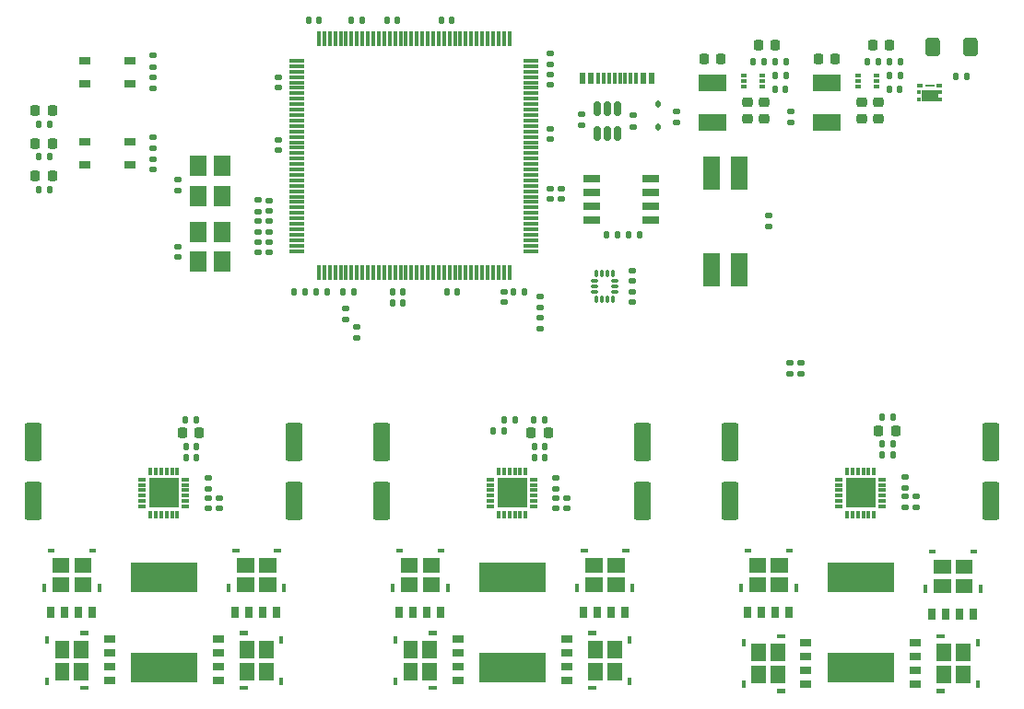
<source format=gbr>
%TF.GenerationSoftware,KiCad,Pcbnew,7.0.1*%
%TF.CreationDate,2023-07-17T00:52:35+01:00*%
%TF.ProjectId,Motor Driver Board,4d6f746f-7220-4447-9269-76657220426f,rev?*%
%TF.SameCoordinates,Original*%
%TF.FileFunction,Paste,Top*%
%TF.FilePolarity,Positive*%
%FSLAX46Y46*%
G04 Gerber Fmt 4.6, Leading zero omitted, Abs format (unit mm)*
G04 Created by KiCad (PCBNEW 7.0.1) date 2023-07-17 00:52:35*
%MOMM*%
%LPD*%
G01*
G04 APERTURE LIST*
G04 Aperture macros list*
%AMRoundRect*
0 Rectangle with rounded corners*
0 $1 Rounding radius*
0 $2 $3 $4 $5 $6 $7 $8 $9 X,Y pos of 4 corners*
0 Add a 4 corners polygon primitive as box body*
4,1,4,$2,$3,$4,$5,$6,$7,$8,$9,$2,$3,0*
0 Add four circle primitives for the rounded corners*
1,1,$1+$1,$2,$3*
1,1,$1+$1,$4,$5*
1,1,$1+$1,$6,$7*
1,1,$1+$1,$8,$9*
0 Add four rect primitives between the rounded corners*
20,1,$1+$1,$2,$3,$4,$5,0*
20,1,$1+$1,$4,$5,$6,$7,0*
20,1,$1+$1,$6,$7,$8,$9,0*
20,1,$1+$1,$8,$9,$2,$3,0*%
G04 Aperture macros list end*
%ADD10C,0.010000*%
%ADD11RoundRect,0.140000X-0.170000X0.140000X-0.170000X-0.140000X0.170000X-0.140000X0.170000X0.140000X0*%
%ADD12RoundRect,0.140000X0.170000X-0.140000X0.170000X0.140000X-0.170000X0.140000X-0.170000X-0.140000X0*%
%ADD13RoundRect,0.135000X-0.185000X0.135000X-0.185000X-0.135000X0.185000X-0.135000X0.185000X0.135000X0*%
%ADD14RoundRect,0.140000X0.140000X0.170000X-0.140000X0.170000X-0.140000X-0.170000X0.140000X-0.170000X0*%
%ADD15R,6.200000X2.700000*%
%ADD16RoundRect,0.250000X0.550000X-1.500000X0.550000X1.500000X-0.550000X1.500000X-0.550000X-1.500000X0*%
%ADD17RoundRect,0.135000X-0.135000X-0.185000X0.135000X-0.185000X0.135000X0.185000X-0.135000X0.185000X0*%
%ADD18RoundRect,0.218750X0.218750X0.256250X-0.218750X0.256250X-0.218750X-0.256250X0.218750X-0.256250X0*%
%ADD19RoundRect,0.135000X0.135000X0.185000X-0.135000X0.185000X-0.135000X-0.185000X0.135000X-0.185000X0*%
%ADD20R,1.050000X0.650000*%
%ADD21R,1.000000X0.750000*%
%ADD22R,2.500000X1.500000*%
%ADD23RoundRect,0.135000X0.185000X-0.135000X0.185000X0.135000X-0.185000X0.135000X-0.185000X-0.135000X0*%
%ADD24R,0.750000X1.000000*%
%ADD25RoundRect,0.140000X-0.140000X-0.170000X0.140000X-0.170000X0.140000X0.170000X-0.140000X0.170000X0*%
%ADD26R,0.600000X1.140000*%
%ADD27R,0.300000X1.140000*%
%ADD28R,0.800000X0.300000*%
%ADD29R,0.300000X0.800000*%
%ADD30R,2.800000X2.800000*%
%ADD31RoundRect,0.112500X-0.112500X0.187500X-0.112500X-0.187500X0.112500X-0.187500X0.112500X0.187500X0*%
%ADD32RoundRect,0.087500X0.087500X-0.225000X0.087500X0.225000X-0.087500X0.225000X-0.087500X-0.225000X0*%
%ADD33RoundRect,0.087500X0.225000X-0.087500X0.225000X0.087500X-0.225000X0.087500X-0.225000X-0.087500X0*%
%ADD34RoundRect,0.225000X0.250000X-0.225000X0.250000X0.225000X-0.250000X0.225000X-0.250000X-0.225000X0*%
%ADD35RoundRect,0.218750X-0.218750X-0.256250X0.218750X-0.256250X0.218750X0.256250X-0.218750X0.256250X0*%
%ADD36R,0.475000X0.300000*%
%ADD37RoundRect,0.225000X-0.225000X-0.250000X0.225000X-0.250000X0.225000X0.250000X-0.225000X0.250000X0*%
%ADD38RoundRect,0.150000X0.150000X-0.512500X0.150000X0.512500X-0.150000X0.512500X-0.150000X-0.512500X0*%
%ADD39R,1.650000X1.950000*%
%ADD40R,0.350000X0.400000*%
%ADD41R,0.500000X0.400000*%
%ADD42R,0.920000X0.285000*%
%ADD43R,1.600000X1.050000*%
%ADD44R,1.600000X3.100000*%
%ADD45RoundRect,0.250000X-0.400000X-0.600000X0.400000X-0.600000X0.400000X0.600000X-0.400000X0.600000X0*%
%ADD46R,1.500000X0.650000*%
%ADD47R,1.475000X0.300000*%
%ADD48R,0.300000X1.475000*%
G04 APERTURE END LIST*
%TO.C,T402*%
D10*
X191227500Y-120370000D02*
X189987500Y-120370000D01*
X189987500Y-118880000D01*
X191227500Y-118880000D01*
X191227500Y-120370000D01*
G36*
X191227500Y-120370000D02*
G01*
X189987500Y-120370000D01*
X189987500Y-118880000D01*
X191227500Y-118880000D01*
X191227500Y-120370000D01*
G37*
X191227500Y-122390000D02*
X189987500Y-122390000D01*
X189987500Y-120900000D01*
X191227500Y-120900000D01*
X191227500Y-122390000D01*
G36*
X191227500Y-122390000D02*
G01*
X189987500Y-122390000D01*
X189987500Y-120900000D01*
X191227500Y-120900000D01*
X191227500Y-122390000D01*
G37*
X190680000Y-118232500D02*
X190005000Y-118232500D01*
X190005000Y-117967500D01*
X190680000Y-117967500D01*
X190680000Y-118232500D01*
G36*
X190680000Y-118232500D02*
G01*
X190005000Y-118232500D01*
X190005000Y-117967500D01*
X190680000Y-117967500D01*
X190680000Y-118232500D01*
G37*
X190680000Y-123295000D02*
X190005000Y-123295000D01*
X190005000Y-123030000D01*
X190680000Y-123030000D01*
X190680000Y-123295000D01*
G36*
X190680000Y-123295000D02*
G01*
X190005000Y-123295000D01*
X190005000Y-123030000D01*
X190680000Y-123030000D01*
X190680000Y-123295000D01*
G37*
X192997500Y-120370000D02*
X191757500Y-120370000D01*
X191757500Y-118880000D01*
X192997500Y-118880000D01*
X192997500Y-120370000D01*
G36*
X192997500Y-120370000D02*
G01*
X191757500Y-120370000D01*
X191757500Y-118880000D01*
X192997500Y-118880000D01*
X192997500Y-120370000D01*
G37*
X192997500Y-122390000D02*
X191757500Y-122390000D01*
X191757500Y-120900000D01*
X192997500Y-120900000D01*
X192997500Y-122390000D01*
G36*
X192997500Y-122390000D02*
G01*
X191757500Y-122390000D01*
X191757500Y-120900000D01*
X192997500Y-120900000D01*
X192997500Y-122390000D01*
G37*
X193890000Y-119000000D02*
X193625000Y-119000000D01*
X193625000Y-118460000D01*
X193890000Y-118460000D01*
X193890000Y-119000000D01*
G36*
X193890000Y-119000000D02*
G01*
X193625000Y-119000000D01*
X193625000Y-118460000D01*
X193890000Y-118460000D01*
X193890000Y-119000000D01*
G37*
X193890000Y-122810000D02*
X193625000Y-122810000D01*
X193625000Y-122270000D01*
X193890000Y-122270000D01*
X193890000Y-122810000D01*
G36*
X193890000Y-122810000D02*
G01*
X193625000Y-122810000D01*
X193625000Y-122270000D01*
X193890000Y-122270000D01*
X193890000Y-122810000D01*
G37*
%TO.C,T401*%
X191220000Y-114125000D02*
X189730000Y-114125000D01*
X189730000Y-112885000D01*
X191220000Y-112885000D01*
X191220000Y-114125000D01*
G36*
X191220000Y-114125000D02*
G01*
X189730000Y-114125000D01*
X189730000Y-112885000D01*
X191220000Y-112885000D01*
X191220000Y-114125000D01*
G37*
X193240000Y-114125000D02*
X191750000Y-114125000D01*
X191750000Y-112885000D01*
X193240000Y-112885000D01*
X193240000Y-114125000D01*
G36*
X193240000Y-114125000D02*
G01*
X191750000Y-114125000D01*
X191750000Y-112885000D01*
X193240000Y-112885000D01*
X193240000Y-114125000D01*
G37*
X189082500Y-114107500D02*
X188817500Y-114107500D01*
X188817500Y-113432500D01*
X189082500Y-113432500D01*
X189082500Y-114107500D01*
G36*
X189082500Y-114107500D02*
G01*
X188817500Y-114107500D01*
X188817500Y-113432500D01*
X189082500Y-113432500D01*
X189082500Y-114107500D01*
G37*
X194145000Y-114107500D02*
X193880000Y-114107500D01*
X193880000Y-113432500D01*
X194145000Y-113432500D01*
X194145000Y-114107500D01*
G36*
X194145000Y-114107500D02*
G01*
X193880000Y-114107500D01*
X193880000Y-113432500D01*
X194145000Y-113432500D01*
X194145000Y-114107500D01*
G37*
X191220000Y-112355000D02*
X189730000Y-112355000D01*
X189730000Y-111115000D01*
X191220000Y-111115000D01*
X191220000Y-112355000D01*
G36*
X191220000Y-112355000D02*
G01*
X189730000Y-112355000D01*
X189730000Y-111115000D01*
X191220000Y-111115000D01*
X191220000Y-112355000D01*
G37*
X193240000Y-112355000D02*
X191750000Y-112355000D01*
X191750000Y-111115000D01*
X193240000Y-111115000D01*
X193240000Y-112355000D01*
G36*
X193240000Y-112355000D02*
G01*
X191750000Y-112355000D01*
X191750000Y-111115000D01*
X193240000Y-111115000D01*
X193240000Y-112355000D01*
G37*
X189850000Y-110487500D02*
X189310000Y-110487500D01*
X189310000Y-110222500D01*
X189850000Y-110222500D01*
X189850000Y-110487500D01*
G36*
X189850000Y-110487500D02*
G01*
X189310000Y-110487500D01*
X189310000Y-110222500D01*
X189850000Y-110222500D01*
X189850000Y-110487500D01*
G37*
X193660000Y-110487500D02*
X193120000Y-110487500D01*
X193120000Y-110222500D01*
X193660000Y-110222500D01*
X193660000Y-110487500D01*
G36*
X193660000Y-110487500D02*
G01*
X193120000Y-110487500D01*
X193120000Y-110222500D01*
X193660000Y-110222500D01*
X193660000Y-110487500D01*
G37*
%TO.C,T404*%
X174250000Y-114012500D02*
X172760000Y-114012500D01*
X172760000Y-112772500D01*
X174250000Y-112772500D01*
X174250000Y-114012500D01*
G36*
X174250000Y-114012500D02*
G01*
X172760000Y-114012500D01*
X172760000Y-112772500D01*
X174250000Y-112772500D01*
X174250000Y-114012500D01*
G37*
X176270000Y-114012500D02*
X174780000Y-114012500D01*
X174780000Y-112772500D01*
X176270000Y-112772500D01*
X176270000Y-114012500D01*
G36*
X176270000Y-114012500D02*
G01*
X174780000Y-114012500D01*
X174780000Y-112772500D01*
X176270000Y-112772500D01*
X176270000Y-114012500D01*
G37*
X172112500Y-113995000D02*
X171847500Y-113995000D01*
X171847500Y-113320000D01*
X172112500Y-113320000D01*
X172112500Y-113995000D01*
G36*
X172112500Y-113995000D02*
G01*
X171847500Y-113995000D01*
X171847500Y-113320000D01*
X172112500Y-113320000D01*
X172112500Y-113995000D01*
G37*
X177175000Y-113995000D02*
X176910000Y-113995000D01*
X176910000Y-113320000D01*
X177175000Y-113320000D01*
X177175000Y-113995000D01*
G36*
X177175000Y-113995000D02*
G01*
X176910000Y-113995000D01*
X176910000Y-113320000D01*
X177175000Y-113320000D01*
X177175000Y-113995000D01*
G37*
X174250000Y-112242500D02*
X172760000Y-112242500D01*
X172760000Y-111002500D01*
X174250000Y-111002500D01*
X174250000Y-112242500D01*
G36*
X174250000Y-112242500D02*
G01*
X172760000Y-112242500D01*
X172760000Y-111002500D01*
X174250000Y-111002500D01*
X174250000Y-112242500D01*
G37*
X176270000Y-112242500D02*
X174780000Y-112242500D01*
X174780000Y-111002500D01*
X176270000Y-111002500D01*
X176270000Y-112242500D01*
G36*
X176270000Y-112242500D02*
G01*
X174780000Y-112242500D01*
X174780000Y-111002500D01*
X176270000Y-111002500D01*
X176270000Y-112242500D01*
G37*
X172880000Y-110375000D02*
X172340000Y-110375000D01*
X172340000Y-110110000D01*
X172880000Y-110110000D01*
X172880000Y-110375000D01*
G36*
X172880000Y-110375000D02*
G01*
X172340000Y-110375000D01*
X172340000Y-110110000D01*
X172880000Y-110110000D01*
X172880000Y-110375000D01*
G37*
X176690000Y-110375000D02*
X176150000Y-110375000D01*
X176150000Y-110110000D01*
X176690000Y-110110000D01*
X176690000Y-110375000D01*
G36*
X176690000Y-110375000D02*
G01*
X176150000Y-110375000D01*
X176150000Y-110110000D01*
X176690000Y-110110000D01*
X176690000Y-110375000D01*
G37*
%TO.C,T406*%
X127227500Y-120100000D02*
X125987500Y-120100000D01*
X125987500Y-118610000D01*
X127227500Y-118610000D01*
X127227500Y-120100000D01*
G36*
X127227500Y-120100000D02*
G01*
X125987500Y-120100000D01*
X125987500Y-118610000D01*
X127227500Y-118610000D01*
X127227500Y-120100000D01*
G37*
X127227500Y-122120000D02*
X125987500Y-122120000D01*
X125987500Y-120630000D01*
X127227500Y-120630000D01*
X127227500Y-122120000D01*
G36*
X127227500Y-122120000D02*
G01*
X125987500Y-122120000D01*
X125987500Y-120630000D01*
X127227500Y-120630000D01*
X127227500Y-122120000D01*
G37*
X126680000Y-117962500D02*
X126005000Y-117962500D01*
X126005000Y-117697500D01*
X126680000Y-117697500D01*
X126680000Y-117962500D01*
G36*
X126680000Y-117962500D02*
G01*
X126005000Y-117962500D01*
X126005000Y-117697500D01*
X126680000Y-117697500D01*
X126680000Y-117962500D01*
G37*
X126680000Y-123025000D02*
X126005000Y-123025000D01*
X126005000Y-122760000D01*
X126680000Y-122760000D01*
X126680000Y-123025000D01*
G36*
X126680000Y-123025000D02*
G01*
X126005000Y-123025000D01*
X126005000Y-122760000D01*
X126680000Y-122760000D01*
X126680000Y-123025000D01*
G37*
X128997500Y-120100000D02*
X127757500Y-120100000D01*
X127757500Y-118610000D01*
X128997500Y-118610000D01*
X128997500Y-120100000D01*
G36*
X128997500Y-120100000D02*
G01*
X127757500Y-120100000D01*
X127757500Y-118610000D01*
X128997500Y-118610000D01*
X128997500Y-120100000D01*
G37*
X128997500Y-122120000D02*
X127757500Y-122120000D01*
X127757500Y-120630000D01*
X128997500Y-120630000D01*
X128997500Y-122120000D01*
G36*
X128997500Y-122120000D02*
G01*
X127757500Y-122120000D01*
X127757500Y-120630000D01*
X128997500Y-120630000D01*
X128997500Y-122120000D01*
G37*
X129890000Y-118730000D02*
X129625000Y-118730000D01*
X129625000Y-118190000D01*
X129890000Y-118190000D01*
X129890000Y-118730000D01*
G36*
X129890000Y-118730000D02*
G01*
X129625000Y-118730000D01*
X129625000Y-118190000D01*
X129890000Y-118190000D01*
X129890000Y-118730000D01*
G37*
X129890000Y-122540000D02*
X129625000Y-122540000D01*
X129625000Y-122000000D01*
X129890000Y-122000000D01*
X129890000Y-122540000D01*
G36*
X129890000Y-122540000D02*
G01*
X129625000Y-122540000D01*
X129625000Y-122000000D01*
X129890000Y-122000000D01*
X129890000Y-122540000D01*
G37*
%TO.C,T403*%
X176012500Y-122390000D02*
X174772500Y-122390000D01*
X174772500Y-120900000D01*
X176012500Y-120900000D01*
X176012500Y-122390000D01*
G36*
X176012500Y-122390000D02*
G01*
X174772500Y-122390000D01*
X174772500Y-120900000D01*
X176012500Y-120900000D01*
X176012500Y-122390000D01*
G37*
X176012500Y-120370000D02*
X174772500Y-120370000D01*
X174772500Y-118880000D01*
X176012500Y-118880000D01*
X176012500Y-120370000D01*
G36*
X176012500Y-120370000D02*
G01*
X174772500Y-120370000D01*
X174772500Y-118880000D01*
X176012500Y-118880000D01*
X176012500Y-120370000D01*
G37*
X175995000Y-123302500D02*
X175320000Y-123302500D01*
X175320000Y-123037500D01*
X175995000Y-123037500D01*
X175995000Y-123302500D01*
G36*
X175995000Y-123302500D02*
G01*
X175320000Y-123302500D01*
X175320000Y-123037500D01*
X175995000Y-123037500D01*
X175995000Y-123302500D01*
G37*
X175995000Y-118240000D02*
X175320000Y-118240000D01*
X175320000Y-117975000D01*
X175995000Y-117975000D01*
X175995000Y-118240000D01*
G36*
X175995000Y-118240000D02*
G01*
X175320000Y-118240000D01*
X175320000Y-117975000D01*
X175995000Y-117975000D01*
X175995000Y-118240000D01*
G37*
X174242500Y-122390000D02*
X173002500Y-122390000D01*
X173002500Y-120900000D01*
X174242500Y-120900000D01*
X174242500Y-122390000D01*
G36*
X174242500Y-122390000D02*
G01*
X173002500Y-122390000D01*
X173002500Y-120900000D01*
X174242500Y-120900000D01*
X174242500Y-122390000D01*
G37*
X174242500Y-120370000D02*
X173002500Y-120370000D01*
X173002500Y-118880000D01*
X174242500Y-118880000D01*
X174242500Y-120370000D01*
G36*
X174242500Y-120370000D02*
G01*
X173002500Y-120370000D01*
X173002500Y-118880000D01*
X174242500Y-118880000D01*
X174242500Y-120370000D01*
G37*
X172375000Y-122810000D02*
X172110000Y-122810000D01*
X172110000Y-122270000D01*
X172375000Y-122270000D01*
X172375000Y-122810000D01*
G36*
X172375000Y-122810000D02*
G01*
X172110000Y-122810000D01*
X172110000Y-122270000D01*
X172375000Y-122270000D01*
X172375000Y-122810000D01*
G37*
X172375000Y-119000000D02*
X172110000Y-119000000D01*
X172110000Y-118460000D01*
X172375000Y-118460000D01*
X172375000Y-119000000D01*
G36*
X172375000Y-119000000D02*
G01*
X172110000Y-119000000D01*
X172110000Y-118460000D01*
X172375000Y-118460000D01*
X172375000Y-119000000D01*
G37*
%TO.C,T411*%
X144012500Y-122120000D02*
X142772500Y-122120000D01*
X142772500Y-120630000D01*
X144012500Y-120630000D01*
X144012500Y-122120000D01*
G36*
X144012500Y-122120000D02*
G01*
X142772500Y-122120000D01*
X142772500Y-120630000D01*
X144012500Y-120630000D01*
X144012500Y-122120000D01*
G37*
X144012500Y-120100000D02*
X142772500Y-120100000D01*
X142772500Y-118610000D01*
X144012500Y-118610000D01*
X144012500Y-120100000D01*
G36*
X144012500Y-120100000D02*
G01*
X142772500Y-120100000D01*
X142772500Y-118610000D01*
X144012500Y-118610000D01*
X144012500Y-120100000D01*
G37*
X143995000Y-123032500D02*
X143320000Y-123032500D01*
X143320000Y-122767500D01*
X143995000Y-122767500D01*
X143995000Y-123032500D01*
G36*
X143995000Y-123032500D02*
G01*
X143320000Y-123032500D01*
X143320000Y-122767500D01*
X143995000Y-122767500D01*
X143995000Y-123032500D01*
G37*
X143995000Y-117970000D02*
X143320000Y-117970000D01*
X143320000Y-117705000D01*
X143995000Y-117705000D01*
X143995000Y-117970000D01*
G36*
X143995000Y-117970000D02*
G01*
X143320000Y-117970000D01*
X143320000Y-117705000D01*
X143995000Y-117705000D01*
X143995000Y-117970000D01*
G37*
X142242500Y-122120000D02*
X141002500Y-122120000D01*
X141002500Y-120630000D01*
X142242500Y-120630000D01*
X142242500Y-122120000D01*
G36*
X142242500Y-122120000D02*
G01*
X141002500Y-122120000D01*
X141002500Y-120630000D01*
X142242500Y-120630000D01*
X142242500Y-122120000D01*
G37*
X142242500Y-120100000D02*
X141002500Y-120100000D01*
X141002500Y-118610000D01*
X142242500Y-118610000D01*
X142242500Y-120100000D01*
G36*
X142242500Y-120100000D02*
G01*
X141002500Y-120100000D01*
X141002500Y-118610000D01*
X142242500Y-118610000D01*
X142242500Y-120100000D01*
G37*
X140375000Y-122540000D02*
X140110000Y-122540000D01*
X140110000Y-122000000D01*
X140375000Y-122000000D01*
X140375000Y-122540000D01*
G36*
X140375000Y-122540000D02*
G01*
X140110000Y-122540000D01*
X140110000Y-122000000D01*
X140375000Y-122000000D01*
X140375000Y-122540000D01*
G37*
X140375000Y-118730000D02*
X140110000Y-118730000D01*
X140110000Y-118190000D01*
X140375000Y-118190000D01*
X140375000Y-118730000D01*
G36*
X140375000Y-118730000D02*
G01*
X140110000Y-118730000D01*
X140110000Y-118190000D01*
X140375000Y-118190000D01*
X140375000Y-118730000D01*
G37*
%TO.C,T408*%
X110250000Y-114012500D02*
X108760000Y-114012500D01*
X108760000Y-112772500D01*
X110250000Y-112772500D01*
X110250000Y-114012500D01*
G36*
X110250000Y-114012500D02*
G01*
X108760000Y-114012500D01*
X108760000Y-112772500D01*
X110250000Y-112772500D01*
X110250000Y-114012500D01*
G37*
X112270000Y-114012500D02*
X110780000Y-114012500D01*
X110780000Y-112772500D01*
X112270000Y-112772500D01*
X112270000Y-114012500D01*
G36*
X112270000Y-114012500D02*
G01*
X110780000Y-114012500D01*
X110780000Y-112772500D01*
X112270000Y-112772500D01*
X112270000Y-114012500D01*
G37*
X108112500Y-113995000D02*
X107847500Y-113995000D01*
X107847500Y-113320000D01*
X108112500Y-113320000D01*
X108112500Y-113995000D01*
G36*
X108112500Y-113995000D02*
G01*
X107847500Y-113995000D01*
X107847500Y-113320000D01*
X108112500Y-113320000D01*
X108112500Y-113995000D01*
G37*
X113175000Y-113995000D02*
X112910000Y-113995000D01*
X112910000Y-113320000D01*
X113175000Y-113320000D01*
X113175000Y-113995000D01*
G36*
X113175000Y-113995000D02*
G01*
X112910000Y-113995000D01*
X112910000Y-113320000D01*
X113175000Y-113320000D01*
X113175000Y-113995000D01*
G37*
X110250000Y-112242500D02*
X108760000Y-112242500D01*
X108760000Y-111002500D01*
X110250000Y-111002500D01*
X110250000Y-112242500D01*
G36*
X110250000Y-112242500D02*
G01*
X108760000Y-112242500D01*
X108760000Y-111002500D01*
X110250000Y-111002500D01*
X110250000Y-112242500D01*
G37*
X112270000Y-112242500D02*
X110780000Y-112242500D01*
X110780000Y-111002500D01*
X112270000Y-111002500D01*
X112270000Y-112242500D01*
G36*
X112270000Y-112242500D02*
G01*
X110780000Y-112242500D01*
X110780000Y-111002500D01*
X112270000Y-111002500D01*
X112270000Y-112242500D01*
G37*
X108880000Y-110375000D02*
X108340000Y-110375000D01*
X108340000Y-110110000D01*
X108880000Y-110110000D01*
X108880000Y-110375000D01*
G36*
X108880000Y-110375000D02*
G01*
X108340000Y-110375000D01*
X108340000Y-110110000D01*
X108880000Y-110110000D01*
X108880000Y-110375000D01*
G37*
X112690000Y-110375000D02*
X112150000Y-110375000D01*
X112150000Y-110110000D01*
X112690000Y-110110000D01*
X112690000Y-110375000D01*
G36*
X112690000Y-110375000D02*
G01*
X112150000Y-110375000D01*
X112150000Y-110110000D01*
X112690000Y-110110000D01*
X112690000Y-110375000D01*
G37*
%TO.C,T412*%
X142260000Y-114012500D02*
X140770000Y-114012500D01*
X140770000Y-112772500D01*
X142260000Y-112772500D01*
X142260000Y-114012500D01*
G36*
X142260000Y-114012500D02*
G01*
X140770000Y-114012500D01*
X140770000Y-112772500D01*
X142260000Y-112772500D01*
X142260000Y-114012500D01*
G37*
X144280000Y-114012500D02*
X142790000Y-114012500D01*
X142790000Y-112772500D01*
X144280000Y-112772500D01*
X144280000Y-114012500D01*
G36*
X144280000Y-114012500D02*
G01*
X142790000Y-114012500D01*
X142790000Y-112772500D01*
X144280000Y-112772500D01*
X144280000Y-114012500D01*
G37*
X140122500Y-113995000D02*
X139857500Y-113995000D01*
X139857500Y-113320000D01*
X140122500Y-113320000D01*
X140122500Y-113995000D01*
G36*
X140122500Y-113995000D02*
G01*
X139857500Y-113995000D01*
X139857500Y-113320000D01*
X140122500Y-113320000D01*
X140122500Y-113995000D01*
G37*
X145185000Y-113995000D02*
X144920000Y-113995000D01*
X144920000Y-113320000D01*
X145185000Y-113320000D01*
X145185000Y-113995000D01*
G36*
X145185000Y-113995000D02*
G01*
X144920000Y-113995000D01*
X144920000Y-113320000D01*
X145185000Y-113320000D01*
X145185000Y-113995000D01*
G37*
X142260000Y-112242500D02*
X140770000Y-112242500D01*
X140770000Y-111002500D01*
X142260000Y-111002500D01*
X142260000Y-112242500D01*
G36*
X142260000Y-112242500D02*
G01*
X140770000Y-112242500D01*
X140770000Y-111002500D01*
X142260000Y-111002500D01*
X142260000Y-112242500D01*
G37*
X144280000Y-112242500D02*
X142790000Y-112242500D01*
X142790000Y-111002500D01*
X144280000Y-111002500D01*
X144280000Y-112242500D01*
G36*
X144280000Y-112242500D02*
G01*
X142790000Y-112242500D01*
X142790000Y-111002500D01*
X144280000Y-111002500D01*
X144280000Y-112242500D01*
G37*
X140890000Y-110375000D02*
X140350000Y-110375000D01*
X140350000Y-110110000D01*
X140890000Y-110110000D01*
X140890000Y-110375000D01*
G36*
X140890000Y-110375000D02*
G01*
X140350000Y-110375000D01*
X140350000Y-110110000D01*
X140890000Y-110110000D01*
X140890000Y-110375000D01*
G37*
X144700000Y-110375000D02*
X144160000Y-110375000D01*
X144160000Y-110110000D01*
X144700000Y-110110000D01*
X144700000Y-110375000D01*
G36*
X144700000Y-110375000D02*
G01*
X144160000Y-110375000D01*
X144160000Y-110110000D01*
X144700000Y-110110000D01*
X144700000Y-110375000D01*
G37*
%TO.C,T407*%
X112012500Y-122120000D02*
X110772500Y-122120000D01*
X110772500Y-120630000D01*
X112012500Y-120630000D01*
X112012500Y-122120000D01*
G36*
X112012500Y-122120000D02*
G01*
X110772500Y-122120000D01*
X110772500Y-120630000D01*
X112012500Y-120630000D01*
X112012500Y-122120000D01*
G37*
X112012500Y-120100000D02*
X110772500Y-120100000D01*
X110772500Y-118610000D01*
X112012500Y-118610000D01*
X112012500Y-120100000D01*
G36*
X112012500Y-120100000D02*
G01*
X110772500Y-120100000D01*
X110772500Y-118610000D01*
X112012500Y-118610000D01*
X112012500Y-120100000D01*
G37*
X111995000Y-123032500D02*
X111320000Y-123032500D01*
X111320000Y-122767500D01*
X111995000Y-122767500D01*
X111995000Y-123032500D01*
G36*
X111995000Y-123032500D02*
G01*
X111320000Y-123032500D01*
X111320000Y-122767500D01*
X111995000Y-122767500D01*
X111995000Y-123032500D01*
G37*
X111995000Y-117970000D02*
X111320000Y-117970000D01*
X111320000Y-117705000D01*
X111995000Y-117705000D01*
X111995000Y-117970000D01*
G36*
X111995000Y-117970000D02*
G01*
X111320000Y-117970000D01*
X111320000Y-117705000D01*
X111995000Y-117705000D01*
X111995000Y-117970000D01*
G37*
X110242500Y-122120000D02*
X109002500Y-122120000D01*
X109002500Y-120630000D01*
X110242500Y-120630000D01*
X110242500Y-122120000D01*
G36*
X110242500Y-122120000D02*
G01*
X109002500Y-122120000D01*
X109002500Y-120630000D01*
X110242500Y-120630000D01*
X110242500Y-122120000D01*
G37*
X110242500Y-120100000D02*
X109002500Y-120100000D01*
X109002500Y-118610000D01*
X110242500Y-118610000D01*
X110242500Y-120100000D01*
G36*
X110242500Y-120100000D02*
G01*
X109002500Y-120100000D01*
X109002500Y-118610000D01*
X110242500Y-118610000D01*
X110242500Y-120100000D01*
G37*
X108375000Y-122540000D02*
X108110000Y-122540000D01*
X108110000Y-122000000D01*
X108375000Y-122000000D01*
X108375000Y-122540000D01*
G36*
X108375000Y-122540000D02*
G01*
X108110000Y-122540000D01*
X108110000Y-122000000D01*
X108375000Y-122000000D01*
X108375000Y-122540000D01*
G37*
X108375000Y-118730000D02*
X108110000Y-118730000D01*
X108110000Y-118190000D01*
X108375000Y-118190000D01*
X108375000Y-118730000D01*
G36*
X108375000Y-118730000D02*
G01*
X108110000Y-118730000D01*
X108110000Y-118190000D01*
X108375000Y-118190000D01*
X108375000Y-118730000D01*
G37*
%TO.C,T410*%
X159227500Y-120100000D02*
X157987500Y-120100000D01*
X157987500Y-118610000D01*
X159227500Y-118610000D01*
X159227500Y-120100000D01*
G36*
X159227500Y-120100000D02*
G01*
X157987500Y-120100000D01*
X157987500Y-118610000D01*
X159227500Y-118610000D01*
X159227500Y-120100000D01*
G37*
X159227500Y-122120000D02*
X157987500Y-122120000D01*
X157987500Y-120630000D01*
X159227500Y-120630000D01*
X159227500Y-122120000D01*
G36*
X159227500Y-122120000D02*
G01*
X157987500Y-122120000D01*
X157987500Y-120630000D01*
X159227500Y-120630000D01*
X159227500Y-122120000D01*
G37*
X158680000Y-117962500D02*
X158005000Y-117962500D01*
X158005000Y-117697500D01*
X158680000Y-117697500D01*
X158680000Y-117962500D01*
G36*
X158680000Y-117962500D02*
G01*
X158005000Y-117962500D01*
X158005000Y-117697500D01*
X158680000Y-117697500D01*
X158680000Y-117962500D01*
G37*
X158680000Y-123025000D02*
X158005000Y-123025000D01*
X158005000Y-122760000D01*
X158680000Y-122760000D01*
X158680000Y-123025000D01*
G36*
X158680000Y-123025000D02*
G01*
X158005000Y-123025000D01*
X158005000Y-122760000D01*
X158680000Y-122760000D01*
X158680000Y-123025000D01*
G37*
X160997500Y-120100000D02*
X159757500Y-120100000D01*
X159757500Y-118610000D01*
X160997500Y-118610000D01*
X160997500Y-120100000D01*
G36*
X160997500Y-120100000D02*
G01*
X159757500Y-120100000D01*
X159757500Y-118610000D01*
X160997500Y-118610000D01*
X160997500Y-120100000D01*
G37*
X160997500Y-122120000D02*
X159757500Y-122120000D01*
X159757500Y-120630000D01*
X160997500Y-120630000D01*
X160997500Y-122120000D01*
G36*
X160997500Y-122120000D02*
G01*
X159757500Y-122120000D01*
X159757500Y-120630000D01*
X160997500Y-120630000D01*
X160997500Y-122120000D01*
G37*
X161890000Y-118730000D02*
X161625000Y-118730000D01*
X161625000Y-118190000D01*
X161890000Y-118190000D01*
X161890000Y-118730000D01*
G36*
X161890000Y-118730000D02*
G01*
X161625000Y-118730000D01*
X161625000Y-118190000D01*
X161890000Y-118190000D01*
X161890000Y-118730000D01*
G37*
X161890000Y-122540000D02*
X161625000Y-122540000D01*
X161625000Y-122000000D01*
X161890000Y-122000000D01*
X161890000Y-122540000D01*
G36*
X161890000Y-122540000D02*
G01*
X161625000Y-122540000D01*
X161625000Y-122000000D01*
X161890000Y-122000000D01*
X161890000Y-122540000D01*
G37*
%TO.C,T409*%
X159220000Y-114012500D02*
X157730000Y-114012500D01*
X157730000Y-112772500D01*
X159220000Y-112772500D01*
X159220000Y-114012500D01*
G36*
X159220000Y-114012500D02*
G01*
X157730000Y-114012500D01*
X157730000Y-112772500D01*
X159220000Y-112772500D01*
X159220000Y-114012500D01*
G37*
X161240000Y-114012500D02*
X159750000Y-114012500D01*
X159750000Y-112772500D01*
X161240000Y-112772500D01*
X161240000Y-114012500D01*
G36*
X161240000Y-114012500D02*
G01*
X159750000Y-114012500D01*
X159750000Y-112772500D01*
X161240000Y-112772500D01*
X161240000Y-114012500D01*
G37*
X157082500Y-113995000D02*
X156817500Y-113995000D01*
X156817500Y-113320000D01*
X157082500Y-113320000D01*
X157082500Y-113995000D01*
G36*
X157082500Y-113995000D02*
G01*
X156817500Y-113995000D01*
X156817500Y-113320000D01*
X157082500Y-113320000D01*
X157082500Y-113995000D01*
G37*
X162145000Y-113995000D02*
X161880000Y-113995000D01*
X161880000Y-113320000D01*
X162145000Y-113320000D01*
X162145000Y-113995000D01*
G36*
X162145000Y-113995000D02*
G01*
X161880000Y-113995000D01*
X161880000Y-113320000D01*
X162145000Y-113320000D01*
X162145000Y-113995000D01*
G37*
X159220000Y-112242500D02*
X157730000Y-112242500D01*
X157730000Y-111002500D01*
X159220000Y-111002500D01*
X159220000Y-112242500D01*
G36*
X159220000Y-112242500D02*
G01*
X157730000Y-112242500D01*
X157730000Y-111002500D01*
X159220000Y-111002500D01*
X159220000Y-112242500D01*
G37*
X161240000Y-112242500D02*
X159750000Y-112242500D01*
X159750000Y-111002500D01*
X161240000Y-111002500D01*
X161240000Y-112242500D01*
G36*
X161240000Y-112242500D02*
G01*
X159750000Y-112242500D01*
X159750000Y-111002500D01*
X161240000Y-111002500D01*
X161240000Y-112242500D01*
G37*
X157850000Y-110375000D02*
X157310000Y-110375000D01*
X157310000Y-110110000D01*
X157850000Y-110110000D01*
X157850000Y-110375000D01*
G36*
X157850000Y-110375000D02*
G01*
X157310000Y-110375000D01*
X157310000Y-110110000D01*
X157850000Y-110110000D01*
X157850000Y-110375000D01*
G37*
X161660000Y-110375000D02*
X161120000Y-110375000D01*
X161120000Y-110110000D01*
X161660000Y-110110000D01*
X161660000Y-110375000D01*
G36*
X161660000Y-110375000D02*
G01*
X161120000Y-110375000D01*
X161120000Y-110110000D01*
X161660000Y-110110000D01*
X161660000Y-110375000D01*
G37*
%TO.C,T405*%
X127220000Y-114012500D02*
X125730000Y-114012500D01*
X125730000Y-112772500D01*
X127220000Y-112772500D01*
X127220000Y-114012500D01*
G36*
X127220000Y-114012500D02*
G01*
X125730000Y-114012500D01*
X125730000Y-112772500D01*
X127220000Y-112772500D01*
X127220000Y-114012500D01*
G37*
X129240000Y-114012500D02*
X127750000Y-114012500D01*
X127750000Y-112772500D01*
X129240000Y-112772500D01*
X129240000Y-114012500D01*
G36*
X129240000Y-114012500D02*
G01*
X127750000Y-114012500D01*
X127750000Y-112772500D01*
X129240000Y-112772500D01*
X129240000Y-114012500D01*
G37*
X125082500Y-113995000D02*
X124817500Y-113995000D01*
X124817500Y-113320000D01*
X125082500Y-113320000D01*
X125082500Y-113995000D01*
G36*
X125082500Y-113995000D02*
G01*
X124817500Y-113995000D01*
X124817500Y-113320000D01*
X125082500Y-113320000D01*
X125082500Y-113995000D01*
G37*
X130145000Y-113995000D02*
X129880000Y-113995000D01*
X129880000Y-113320000D01*
X130145000Y-113320000D01*
X130145000Y-113995000D01*
G36*
X130145000Y-113995000D02*
G01*
X129880000Y-113995000D01*
X129880000Y-113320000D01*
X130145000Y-113320000D01*
X130145000Y-113995000D01*
G37*
X127220000Y-112242500D02*
X125730000Y-112242500D01*
X125730000Y-111002500D01*
X127220000Y-111002500D01*
X127220000Y-112242500D01*
G36*
X127220000Y-112242500D02*
G01*
X125730000Y-112242500D01*
X125730000Y-111002500D01*
X127220000Y-111002500D01*
X127220000Y-112242500D01*
G37*
X129240000Y-112242500D02*
X127750000Y-112242500D01*
X127750000Y-111002500D01*
X129240000Y-111002500D01*
X129240000Y-112242500D01*
G36*
X129240000Y-112242500D02*
G01*
X127750000Y-112242500D01*
X127750000Y-111002500D01*
X129240000Y-111002500D01*
X129240000Y-112242500D01*
G37*
X125850000Y-110375000D02*
X125310000Y-110375000D01*
X125310000Y-110110000D01*
X125850000Y-110110000D01*
X125850000Y-110375000D01*
G36*
X125850000Y-110375000D02*
G01*
X125310000Y-110375000D01*
X125310000Y-110110000D01*
X125850000Y-110110000D01*
X125850000Y-110375000D01*
G37*
X129660000Y-110375000D02*
X129120000Y-110375000D01*
X129120000Y-110110000D01*
X129660000Y-110110000D01*
X129660000Y-110375000D01*
G36*
X129660000Y-110375000D02*
G01*
X129120000Y-110375000D01*
X129120000Y-110110000D01*
X129660000Y-110110000D01*
X129660000Y-110375000D01*
G37*
%TD*%
D11*
%TO.C,C315*%
X154500000Y-71520000D03*
X154500000Y-72480000D03*
%TD*%
D12*
%TO.C,C307*%
X127659000Y-80990000D03*
X127659000Y-80030000D03*
%TD*%
D13*
%TO.C,R403*%
X177500000Y-92990000D03*
X177500000Y-94010000D03*
%TD*%
D14*
%TO.C,C313*%
X133980000Y-86500000D03*
X133020000Y-86500000D03*
%TD*%
D15*
%TO.C,R412*%
X151000000Y-112750000D03*
X151000000Y-121050000D03*
%TD*%
D16*
%TO.C,C417*%
X163000000Y-105700000D03*
X163000000Y-100300000D03*
%TD*%
D11*
%TO.C,C415*%
X155000000Y-103640000D03*
X155000000Y-104600000D03*
%TD*%
%TO.C,C310*%
X154500000Y-64620000D03*
X154500000Y-65580000D03*
%TD*%
D12*
%TO.C,C412*%
X188100000Y-106300000D03*
X188100000Y-105340000D03*
%TD*%
%TO.C,C317*%
X129500000Y-67750000D03*
X129500000Y-66790000D03*
%TD*%
D14*
%TO.C,C323*%
X145980000Y-86500000D03*
X145020000Y-86500000D03*
%TD*%
D17*
%TO.C,R308*%
X136250000Y-61500000D03*
X137270000Y-61500000D03*
%TD*%
D18*
%TO.C,D401*%
X186250000Y-99250000D03*
X184675000Y-99250000D03*
%TD*%
D13*
%TO.C,R309*%
X162100000Y-70290000D03*
X162100000Y-71310000D03*
%TD*%
D19*
%TO.C,R205*%
X176180000Y-65350000D03*
X175160000Y-65350000D03*
%TD*%
D20*
%TO.C,S304*%
X111725000Y-65225000D03*
X115875000Y-65225000D03*
X111725000Y-67375000D03*
X115875000Y-67375000D03*
%TD*%
D13*
%TO.C,R316*%
X153600000Y-86890000D03*
X153600000Y-87910000D03*
%TD*%
D19*
%TO.C,R406*%
X136510000Y-86500000D03*
X135490000Y-86500000D03*
%TD*%
D16*
%TO.C,C421*%
X139000000Y-105700000D03*
X139000000Y-100300000D03*
%TD*%
D19*
%TO.C,R411*%
X150258722Y-99257504D03*
X149238722Y-99257504D03*
%TD*%
D21*
%TO.C,T402*%
X188000000Y-118730000D03*
X188000000Y-120000000D03*
X188000000Y-121270000D03*
X188000000Y-122540000D03*
%TD*%
D22*
%TO.C,L201*%
X179900000Y-67250000D03*
X179900000Y-70950000D03*
%TD*%
D23*
%TO.C,R207*%
X166100000Y-70960000D03*
X166100000Y-69940000D03*
%TD*%
D11*
%TO.C,C316*%
X155500000Y-77020000D03*
X155500000Y-77980000D03*
%TD*%
D14*
%TO.C,C318*%
X140980000Y-86500000D03*
X140020000Y-86500000D03*
%TD*%
D24*
%TO.C,T401*%
X189580000Y-116112500D03*
X190850000Y-116112500D03*
X192120000Y-116112500D03*
X193390000Y-116112500D03*
%TD*%
D19*
%TO.C,R303*%
X108510000Y-77100000D03*
X107490000Y-77100000D03*
%TD*%
D11*
%TO.C,C328*%
X118050000Y-66820000D03*
X118050000Y-67780000D03*
%TD*%
D24*
%TO.C,T404*%
X172610000Y-116000000D03*
X173880000Y-116000000D03*
X175150000Y-116000000D03*
X176420000Y-116000000D03*
%TD*%
D23*
%TO.C,FB301*%
X127659000Y-79100000D03*
X127659000Y-78080000D03*
%TD*%
D13*
%TO.C,R307*%
X174600000Y-79490000D03*
X174600000Y-80510000D03*
%TD*%
D18*
%TO.C,D402*%
X122287500Y-99500000D03*
X120712500Y-99500000D03*
%TD*%
D12*
%TO.C,C416*%
X155000000Y-106400000D03*
X155000000Y-105440000D03*
%TD*%
%TO.C,C411*%
X124100000Y-106400000D03*
X124100000Y-105440000D03*
%TD*%
D21*
%TO.C,T406*%
X124000000Y-118460000D03*
X124000000Y-119730000D03*
X124000000Y-121000000D03*
X124000000Y-122270000D03*
%TD*%
D14*
%TO.C,C314*%
X133260000Y-61500000D03*
X132300000Y-61500000D03*
%TD*%
D25*
%TO.C,C204*%
X183670000Y-65350000D03*
X184630000Y-65350000D03*
%TD*%
D26*
%TO.C,J303*%
X163850000Y-66850000D03*
X163050000Y-66850000D03*
D27*
X161900000Y-66850000D03*
X160900000Y-66850000D03*
X160400000Y-66850000D03*
X159400000Y-66850000D03*
D26*
X157450000Y-66850000D03*
X158250000Y-66850000D03*
D27*
X158900000Y-66850000D03*
X159900000Y-66850000D03*
X161400000Y-66850000D03*
X162400000Y-66850000D03*
%TD*%
D17*
%TO.C,R409*%
X153010000Y-98250000D03*
X154030000Y-98250000D03*
%TD*%
D25*
%TO.C,C205*%
X185670000Y-67850000D03*
X186630000Y-67850000D03*
%TD*%
D28*
%TO.C,U402*%
X121000000Y-106250000D03*
X121000000Y-105750000D03*
X121000000Y-105250000D03*
X121000000Y-104750000D03*
X121000000Y-104250000D03*
X121000000Y-103750000D03*
D29*
X120250000Y-103000000D03*
X119750000Y-103000000D03*
X119250000Y-103000000D03*
X118750000Y-103000000D03*
X118250000Y-103000000D03*
X117750000Y-103000000D03*
D28*
X117000000Y-103750000D03*
X117000000Y-104250000D03*
X117000000Y-104750000D03*
X117000000Y-105250000D03*
X117000000Y-105750000D03*
X117000000Y-106250000D03*
D29*
X117750000Y-107000000D03*
X118250000Y-107000000D03*
X118750000Y-107000000D03*
X119250000Y-107000000D03*
X119750000Y-107000000D03*
X120250000Y-107000000D03*
D30*
X119000000Y-105000000D03*
%TD*%
D17*
%TO.C,R401*%
X184952500Y-98060000D03*
X185972500Y-98060000D03*
%TD*%
D31*
%TO.C,D304*%
X164400000Y-69250000D03*
X164400000Y-71350000D03*
%TD*%
D21*
%TO.C,T403*%
X178000000Y-122540000D03*
X178000000Y-121270000D03*
X178000000Y-120000000D03*
X178000000Y-118730000D03*
%TD*%
%TO.C,T411*%
X146000000Y-122270000D03*
X146000000Y-121000000D03*
X146000000Y-119730000D03*
X146000000Y-118460000D03*
%TD*%
D16*
%TO.C,C410*%
X195000000Y-105700000D03*
X195000000Y-100300000D03*
%TD*%
D11*
%TO.C,C405*%
X187100000Y-103540000D03*
X187100000Y-104500000D03*
%TD*%
D32*
%TO.C,U302*%
X158750000Y-87162500D03*
X159250000Y-87162500D03*
X159750000Y-87162500D03*
X160250000Y-87162500D03*
D33*
X160412500Y-86500000D03*
X160412500Y-86000000D03*
X160412500Y-85500000D03*
D32*
X160250000Y-84837500D03*
X159750000Y-84837500D03*
X159250000Y-84837500D03*
X158750000Y-84837500D03*
D33*
X158587500Y-85500000D03*
X158587500Y-86000000D03*
X158587500Y-86500000D03*
%TD*%
D12*
%TO.C,C302*%
X120325000Y-83280000D03*
X120325000Y-82320000D03*
%TD*%
D19*
%TO.C,R203*%
X186680000Y-65350000D03*
X185660000Y-65350000D03*
%TD*%
D11*
%TO.C,C303*%
X118050000Y-74300000D03*
X118050000Y-75260000D03*
%TD*%
D17*
%TO.C,R402*%
X120990000Y-98250000D03*
X122010000Y-98250000D03*
%TD*%
D25*
%TO.C,C319*%
X144520000Y-61500000D03*
X145480000Y-61500000D03*
%TD*%
%TO.C,C308*%
X139520000Y-61500000D03*
X140480000Y-61500000D03*
%TD*%
D11*
%TO.C,C327*%
X162000000Y-84520000D03*
X162000000Y-85480000D03*
%TD*%
D34*
%TO.C,C208*%
X174150000Y-70625000D03*
X174150000Y-69075000D03*
%TD*%
D12*
%TO.C,C407*%
X187100000Y-106300000D03*
X187100000Y-105340000D03*
%TD*%
D35*
%TO.C,D303*%
X107212500Y-75850000D03*
X108787500Y-75850000D03*
%TD*%
D12*
%TO.C,C312*%
X129500000Y-73480000D03*
X129500000Y-72520000D03*
%TD*%
D25*
%TO.C,C203*%
X173170000Y-65350000D03*
X174130000Y-65350000D03*
%TD*%
D23*
%TO.C,R304*%
X118050000Y-73280000D03*
X118050000Y-72260000D03*
%TD*%
D19*
%TO.C,R404*%
X132010000Y-86500000D03*
X130990000Y-86500000D03*
%TD*%
D25*
%TO.C,C413*%
X153040000Y-101750000D03*
X154000000Y-101750000D03*
%TD*%
D35*
%TO.C,D301*%
X107212500Y-72850000D03*
X108787500Y-72850000D03*
%TD*%
D25*
%TO.C,C404*%
X121020000Y-100750000D03*
X121980000Y-100750000D03*
%TD*%
D35*
%TO.C,D302*%
X107212500Y-69850000D03*
X108787500Y-69850000D03*
%TD*%
D25*
%TO.C,C206*%
X175170000Y-67850000D03*
X176130000Y-67850000D03*
%TD*%
D34*
%TO.C,C210*%
X172650000Y-70625000D03*
X172650000Y-69075000D03*
%TD*%
D24*
%TO.C,T408*%
X108610000Y-116000000D03*
X109880000Y-116000000D03*
X111150000Y-116000000D03*
X112420000Y-116000000D03*
%TD*%
D11*
%TO.C,C320*%
X154500000Y-77020000D03*
X154500000Y-77980000D03*
%TD*%
D25*
%TO.C,C402*%
X121020000Y-101750000D03*
X121980000Y-101750000D03*
%TD*%
D15*
%TO.C,R408*%
X119000000Y-112750000D03*
X119000000Y-121050000D03*
%TD*%
D11*
%TO.C,C406*%
X123100000Y-103640000D03*
X123100000Y-104600000D03*
%TD*%
D19*
%TO.C,R301*%
X108510000Y-74100000D03*
X107490000Y-74100000D03*
%TD*%
D36*
%TO.C,IC201*%
X182812000Y-66600000D03*
X182812000Y-67100000D03*
X182812000Y-67600000D03*
X184488000Y-67600000D03*
X184488000Y-67100000D03*
X184488000Y-66600000D03*
%TD*%
D24*
%TO.C,T412*%
X140620000Y-116000000D03*
X141890000Y-116000000D03*
X143160000Y-116000000D03*
X144430000Y-116000000D03*
%TD*%
D23*
%TO.C,R315*%
X153600000Y-89910000D03*
X153600000Y-88890000D03*
%TD*%
D21*
%TO.C,T407*%
X114000000Y-122270000D03*
X114000000Y-121000000D03*
X114000000Y-119730000D03*
X114000000Y-118460000D03*
%TD*%
D37*
%TO.C,C201*%
X173625000Y-63850000D03*
X175175000Y-63850000D03*
%TD*%
D13*
%TO.C,R310*%
X157400000Y-70190000D03*
X157400000Y-71210000D03*
%TD*%
D16*
%TO.C,C420*%
X107000000Y-105700000D03*
X107000000Y-100300000D03*
%TD*%
D12*
%TO.C,C306*%
X128659000Y-80990000D03*
X128659000Y-80030000D03*
%TD*%
D21*
%TO.C,T410*%
X156000000Y-118460000D03*
X156000000Y-119730000D03*
X156000000Y-121000000D03*
X156000000Y-122270000D03*
%TD*%
D28*
%TO.C,U401*%
X185000000Y-106250000D03*
X185000000Y-105750000D03*
X185000000Y-105250000D03*
X185000000Y-104750000D03*
X185000000Y-104250000D03*
X185000000Y-103750000D03*
D29*
X184250000Y-103000000D03*
X183750000Y-103000000D03*
X183250000Y-103000000D03*
X182750000Y-103000000D03*
X182250000Y-103000000D03*
X181750000Y-103000000D03*
D28*
X181000000Y-103750000D03*
X181000000Y-104250000D03*
X181000000Y-104750000D03*
X181000000Y-105250000D03*
X181000000Y-105750000D03*
X181000000Y-106250000D03*
D29*
X181750000Y-107000000D03*
X182250000Y-107000000D03*
X182750000Y-107000000D03*
X183250000Y-107000000D03*
X183750000Y-107000000D03*
X184250000Y-107000000D03*
D30*
X183000000Y-105000000D03*
%TD*%
D24*
%TO.C,T409*%
X157580000Y-116000000D03*
X158850000Y-116000000D03*
X160120000Y-116000000D03*
X161390000Y-116000000D03*
%TD*%
D19*
%TO.C,R311*%
X162710000Y-81300000D03*
X161690000Y-81300000D03*
%TD*%
D38*
%TO.C,U303*%
X158800000Y-71937500D03*
X159750000Y-71937500D03*
X160700000Y-71937500D03*
X160700000Y-69662500D03*
X159750000Y-69662500D03*
X158800000Y-69662500D03*
%TD*%
D17*
%TO.C,R410*%
X150238722Y-98257504D03*
X151258722Y-98257504D03*
%TD*%
D11*
%TO.C,C301*%
X120300000Y-76220000D03*
X120300000Y-77180000D03*
%TD*%
D16*
%TO.C,C419*%
X171000000Y-105700000D03*
X171000000Y-100300000D03*
%TD*%
D39*
%TO.C,X302*%
X122125000Y-74925000D03*
X122125000Y-77675000D03*
X124325000Y-77675000D03*
X124325000Y-74925000D03*
%TD*%
D18*
%TO.C,D403*%
X154307500Y-99500000D03*
X152732500Y-99500000D03*
%TD*%
D12*
%TO.C,C326*%
X162000000Y-87480000D03*
X162000000Y-86520000D03*
%TD*%
D40*
%TO.C,Q201*%
X190325000Y-68800000D03*
X190325000Y-68150000D03*
D41*
X190250000Y-67500000D03*
X188450000Y-67500000D03*
D40*
X188375000Y-68150000D03*
X188375000Y-68800000D03*
D42*
X189350000Y-67500000D03*
D43*
X189350000Y-68475000D03*
%TD*%
D34*
%TO.C,C209*%
X183150000Y-70625000D03*
X183150000Y-69075000D03*
%TD*%
D44*
%TO.C,SW301*%
X169330000Y-84445000D03*
X171870000Y-84445000D03*
X171870000Y-75555000D03*
X169330000Y-75555000D03*
%TD*%
D23*
%TO.C,R317*%
X118050000Y-65810000D03*
X118050000Y-64790000D03*
%TD*%
D13*
%TO.C,R405*%
X176500000Y-92990000D03*
X176500000Y-94010000D03*
%TD*%
D25*
%TO.C,C414*%
X153040000Y-100750000D03*
X154000000Y-100750000D03*
%TD*%
D11*
%TO.C,C321*%
X150250000Y-86500000D03*
X150250000Y-87460000D03*
%TD*%
D17*
%TO.C,R313*%
X159690000Y-81300000D03*
X160710000Y-81300000D03*
%TD*%
D19*
%TO.C,R302*%
X108510000Y-71100000D03*
X107490000Y-71100000D03*
%TD*%
D23*
%TO.C,R206*%
X176600000Y-70960000D03*
X176600000Y-69940000D03*
%TD*%
D28*
%TO.C,U403*%
X153000000Y-106250000D03*
X153000000Y-105750000D03*
X153000000Y-105250000D03*
X153000000Y-104750000D03*
X153000000Y-104250000D03*
X153000000Y-103750000D03*
D29*
X152250000Y-103000000D03*
X151750000Y-103000000D03*
X151250000Y-103000000D03*
X150750000Y-103000000D03*
X150250000Y-103000000D03*
X149750000Y-103000000D03*
D28*
X149000000Y-103750000D03*
X149000000Y-104250000D03*
X149000000Y-104750000D03*
X149000000Y-105250000D03*
X149000000Y-105750000D03*
X149000000Y-106250000D03*
D29*
X149750000Y-107000000D03*
X150250000Y-107000000D03*
X150750000Y-107000000D03*
X151250000Y-107000000D03*
X151750000Y-107000000D03*
X152250000Y-107000000D03*
D30*
X151000000Y-105000000D03*
%TD*%
D15*
%TO.C,R407*%
X183000000Y-112750000D03*
X183000000Y-121050000D03*
%TD*%
D12*
%TO.C,C408*%
X123100000Y-106400000D03*
X123100000Y-105440000D03*
%TD*%
D24*
%TO.C,T405*%
X125580000Y-116000000D03*
X126850000Y-116000000D03*
X128120000Y-116000000D03*
X129390000Y-116000000D03*
%TD*%
D11*
%TO.C,C309*%
X128659000Y-81930000D03*
X128659000Y-82890000D03*
%TD*%
D36*
%TO.C,IC202*%
X172312000Y-66600000D03*
X172312000Y-67100000D03*
X172312000Y-67600000D03*
X173988000Y-67600000D03*
X173988000Y-67100000D03*
X173988000Y-66600000D03*
%TD*%
D11*
%TO.C,C311*%
X127659000Y-81930000D03*
X127659000Y-82890000D03*
%TD*%
D16*
%TO.C,C409*%
X131000000Y-105700000D03*
X131000000Y-100300000D03*
%TD*%
D20*
%TO.C,S301*%
X111725000Y-72705000D03*
X115875000Y-72705000D03*
X111725000Y-74855000D03*
X115875000Y-74855000D03*
%TD*%
D13*
%TO.C,R312*%
X135750000Y-87990000D03*
X135750000Y-89010000D03*
%TD*%
D22*
%TO.C,L202*%
X169400000Y-67250000D03*
X169400000Y-70950000D03*
%TD*%
D23*
%TO.C,R314*%
X136700000Y-90710000D03*
X136700000Y-89690000D03*
%TD*%
D34*
%TO.C,C207*%
X184650000Y-70625000D03*
X184650000Y-69075000D03*
%TD*%
D14*
%TO.C,C324*%
X140980000Y-87500000D03*
X140020000Y-87500000D03*
%TD*%
D25*
%TO.C,C403*%
X185020000Y-100500000D03*
X185980000Y-100500000D03*
%TD*%
D11*
%TO.C,C325*%
X154500000Y-66520000D03*
X154500000Y-67480000D03*
%TD*%
D25*
%TO.C,C322*%
X151150000Y-86520000D03*
X152110000Y-86520000D03*
%TD*%
D12*
%TO.C,C304*%
X128659000Y-79070000D03*
X128659000Y-78110000D03*
%TD*%
D18*
%TO.C,D202*%
X180687500Y-65100000D03*
X179112500Y-65100000D03*
%TD*%
D19*
%TO.C,R204*%
X176160000Y-66600000D03*
X175140000Y-66600000D03*
%TD*%
D45*
%TO.C,D201*%
X189600000Y-64000000D03*
X193100000Y-64000000D03*
%TD*%
D12*
%TO.C,C418*%
X156000000Y-106400000D03*
X156000000Y-105440000D03*
%TD*%
D17*
%TO.C,R201*%
X191780000Y-66690000D03*
X192800000Y-66690000D03*
%TD*%
D18*
%TO.C,D203*%
X170187500Y-65100000D03*
X168612500Y-65100000D03*
%TD*%
D39*
%TO.C,X301*%
X122200000Y-80975000D03*
X122200000Y-83725000D03*
X124400000Y-83725000D03*
X124400000Y-80975000D03*
%TD*%
D37*
%TO.C,C202*%
X184125000Y-63850000D03*
X185675000Y-63850000D03*
%TD*%
D19*
%TO.C,R202*%
X186660000Y-66600000D03*
X185640000Y-66600000D03*
%TD*%
D46*
%TO.C,IC301*%
X158300000Y-76095000D03*
X158300000Y-77365000D03*
X158300000Y-78635000D03*
X158300000Y-79905000D03*
X163700000Y-79905000D03*
X163700000Y-78635000D03*
X163700000Y-77365000D03*
X163700000Y-76095000D03*
%TD*%
D47*
%TO.C,IC302*%
X131262000Y-65250000D03*
X131262000Y-65750000D03*
X131262000Y-66250000D03*
X131262000Y-66750000D03*
X131262000Y-67250000D03*
X131262000Y-67750000D03*
X131262000Y-68250000D03*
X131262000Y-68750000D03*
X131262000Y-69250000D03*
X131262000Y-69750000D03*
X131262000Y-70250000D03*
X131262000Y-70750000D03*
X131262000Y-71250000D03*
X131262000Y-71750000D03*
X131262000Y-72250000D03*
X131262000Y-72750000D03*
X131262000Y-73250000D03*
X131262000Y-73750000D03*
X131262000Y-74250000D03*
X131262000Y-74750000D03*
X131262000Y-75250000D03*
X131262000Y-75750000D03*
X131262000Y-76250000D03*
X131262000Y-76750000D03*
X131262000Y-77250000D03*
X131262000Y-77750000D03*
X131262000Y-78250000D03*
X131262000Y-78750000D03*
X131262000Y-79250000D03*
X131262000Y-79750000D03*
X131262000Y-80250000D03*
X131262000Y-80750000D03*
X131262000Y-81250000D03*
X131262000Y-81750000D03*
X131262000Y-82250000D03*
X131262000Y-82750000D03*
D48*
X133250000Y-84738000D03*
X133750000Y-84738000D03*
X134250000Y-84738000D03*
X134750000Y-84738000D03*
X135250000Y-84738000D03*
X135750000Y-84738000D03*
X136250000Y-84738000D03*
X136750000Y-84738000D03*
X137250000Y-84738000D03*
X137750000Y-84738000D03*
X138250000Y-84738000D03*
X138750000Y-84738000D03*
X139250000Y-84738000D03*
X139750000Y-84738000D03*
X140250000Y-84738000D03*
X140750000Y-84738000D03*
X141250000Y-84738000D03*
X141750000Y-84738000D03*
X142250000Y-84738000D03*
X142750000Y-84738000D03*
X143250000Y-84738000D03*
X143750000Y-84738000D03*
X144250000Y-84738000D03*
X144750000Y-84738000D03*
X145250000Y-84738000D03*
X145750000Y-84738000D03*
X146250000Y-84738000D03*
X146750000Y-84738000D03*
X147250000Y-84738000D03*
X147750000Y-84738000D03*
X148250000Y-84738000D03*
X148750000Y-84738000D03*
X149250000Y-84738000D03*
X149750000Y-84738000D03*
X150250000Y-84738000D03*
X150750000Y-84738000D03*
D47*
X152738000Y-82750000D03*
X152738000Y-82250000D03*
X152738000Y-81750000D03*
X152738000Y-81250000D03*
X152738000Y-80750000D03*
X152738000Y-80250000D03*
X152738000Y-79750000D03*
X152738000Y-79250000D03*
X152738000Y-78750000D03*
X152738000Y-78250000D03*
X152738000Y-77750000D03*
X152738000Y-77250000D03*
X152738000Y-76750000D03*
X152738000Y-76250000D03*
X152738000Y-75750000D03*
X152738000Y-75250000D03*
X152738000Y-74750000D03*
X152738000Y-74250000D03*
X152738000Y-73750000D03*
X152738000Y-73250000D03*
X152738000Y-72750000D03*
X152738000Y-72250000D03*
X152738000Y-71750000D03*
X152738000Y-71250000D03*
X152738000Y-70750000D03*
X152738000Y-70250000D03*
X152738000Y-69750000D03*
X152738000Y-69250000D03*
X152738000Y-68750000D03*
X152738000Y-68250000D03*
X152738000Y-67750000D03*
X152738000Y-67250000D03*
X152738000Y-66750000D03*
X152738000Y-66250000D03*
X152738000Y-65750000D03*
X152738000Y-65250000D03*
D48*
X150750000Y-63262000D03*
X150250000Y-63262000D03*
X149750000Y-63262000D03*
X149250000Y-63262000D03*
X148750000Y-63262000D03*
X148250000Y-63262000D03*
X147750000Y-63262000D03*
X147250000Y-63262000D03*
X146750000Y-63262000D03*
X146250000Y-63262000D03*
X145750000Y-63262000D03*
X145250000Y-63262000D03*
X144750000Y-63262000D03*
X144250000Y-63262000D03*
X143750000Y-63262000D03*
X143250000Y-63262000D03*
X142750000Y-63262000D03*
X142250000Y-63262000D03*
X141750000Y-63262000D03*
X141250000Y-63262000D03*
X140750000Y-63262000D03*
X140250000Y-63262000D03*
X139750000Y-63262000D03*
X139250000Y-63262000D03*
X138750000Y-63262000D03*
X138250000Y-63262000D03*
X137750000Y-63262000D03*
X137250000Y-63262000D03*
X136750000Y-63262000D03*
X136250000Y-63262000D03*
X135750000Y-63262000D03*
X135250000Y-63262000D03*
X134750000Y-63262000D03*
X134250000Y-63262000D03*
X133750000Y-63262000D03*
X133250000Y-63262000D03*
%TD*%
D25*
%TO.C,C401*%
X185020000Y-101500000D03*
X185980000Y-101500000D03*
%TD*%
M02*

</source>
